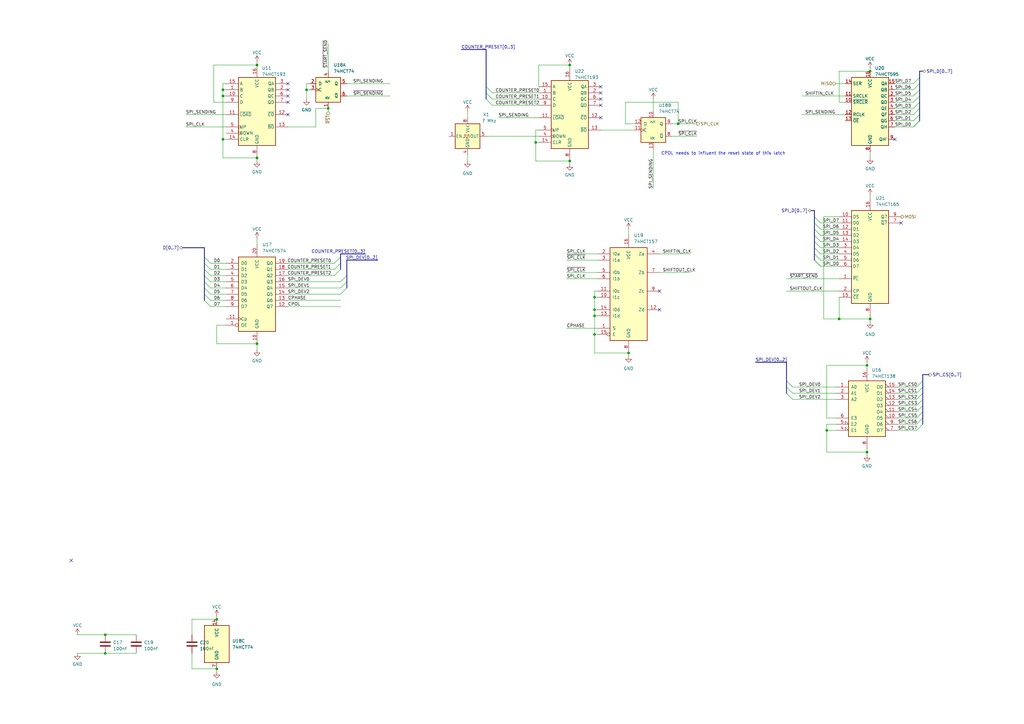
<source format=kicad_sch>
(kicad_sch (version 20250114) (generator "eeschema") (generator_version "9.0")
  (paper "A3")
  (lib_symbols
    (symbol "74xx:74HCT574" (pin_names (offset 1.016))
      (property "Reference" "U" (at -7.62 16.51 0))
      (property "Value" "74HCT574" (at -7.62 -16.51 0))
      (symbol "74HCT574_1_0"
        (pin input line (at -12.7 12.7 0) (length 5.08) (name "D0") (number "2"))
        (pin input line (at -12.7 10.16 0) (length 5.08) (name "D1") (number "3"))
        (pin input line (at -12.7 7.62 0) (length 5.08) (name "D2") (number "4"))
        (pin input line (at -12.7 5.08 0) (length 5.08) (name "D3") (number "5"))
        (pin input line (at -12.7 2.54 0) (length 5.08) (name "D4") (number "6"))
        (pin input line (at -12.7 0 0) (length 5.08) (name "D5") (number "7"))
        (pin input line (at -12.7 -2.54 0) (length 5.08) (name "D6") (number "8"))
        (pin input line (at -12.7 -5.08 0) (length 5.08) (name "D7") (number "9"))
        (pin input clock (at -12.7 -10.16 0) (length 5.08) (name "Cp") (number "11"))
        (pin input inverted (at -12.7 -12.7 0) (length 5.08) (name "OE") (number "1"))
        (pin power_in line (at 0 20.32 270) (length 5.08) (name "VCC") (number "20"))
        (pin power_in line (at 0 -20.32 90) (length 5.08) (name "GND") (number "10"))
        (pin tri_state line (at 12.7 12.7 180) (length 5.08) (name "Q0") (number "19"))
        (pin tri_state line (at 12.7 10.16 180) (length 5.08) (name "Q1") (number "18"))
        (pin tri_state line (at 12.7 7.62 180) (length 5.08) (name "Q2") (number "17"))
        (pin tri_state line (at 12.7 5.08 180) (length 5.08) (name "Q3") (number "16"))
        (pin tri_state line (at 12.7 2.54 180) (length 5.08) (name "Q4") (number "15"))
        (pin tri_state line (at 12.7 0 180) (length 5.08) (name "Q5") (number "14"))
        (pin tri_state line (at 12.7 -2.54 180) (length 5.08) (name "Q6") (number "13"))
        (pin tri_state line (at 12.7 -5.08 180) (length 5.08) (name "Q7") (number "12"))
      )
      (symbol "74HCT574_1_1"
        (rectangle (start -7.62 15.24) (end 7.62 -15.24) (stroke (width 0.254)) (fill (type background)))
      )
    )
    (symbol "74xx:74HCT595"
      (property "Reference" "U" (at -7.62 13.97 0))
      (property "Value" "74HCT595" (at -7.62 -16.51 0))
      (symbol "74HCT595_1_0"
        (pin input line (at -10.16 10.16 0) (length 2.54) (name "SER") (number "14"))
        (pin input line (at -10.16 5.08 0) (length 2.54) (name "SRCLK") (number "11"))
        (pin input line (at -10.16 2.54 0) (length 2.54) (name "~{SRCLR}") (number "10"))
        (pin input line (at -10.16 -2.54 0) (length 2.54) (name "RCLK") (number "12"))
        (pin input line (at -10.16 -5.08 0) (length 2.54) (name "~{OE}") (number "13"))
        (pin power_in line (at 0 15.24 270) (length 2.54) (name "VCC") (number "16"))
        (pin power_in line (at 0 -17.78 90) (length 2.54) (name "GND") (number "8"))
        (pin tri_state line (at 10.16 10.16 180) (length 2.54) (name "QA") (number "15"))
        (pin tri_state line (at 10.16 7.62 180) (length 2.54) (name "QB") (number "1"))
        (pin tri_state line (at 10.16 5.08 180) (length 2.54) (name "QC") (number "2"))
        (pin tri_state line (at 10.16 2.54 180) (length 2.54) (name "QD") (number "3"))
        (pin tri_state line (at 10.16 0 180) (length 2.54) (name "QE") (number "4"))
        (pin tri_state line (at 10.16 -2.54 180) (length 2.54) (name "QF") (number "5"))
        (pin tri_state line (at 10.16 -5.08 180) (length 2.54) (name "QG") (number "6"))
        (pin tri_state line (at 10.16 -7.62 180) (length 2.54) (name "QH") (number "7"))
        (pin output line (at 10.16 -12.7 180) (length 2.54) (name "QH'") (number "9"))
      )
      (symbol "74HCT595_1_1"
        (rectangle (start -7.62 12.7) (end 7.62 -15.24) (stroke (width 0.254)) (fill (type background)))
      )
    )
    (symbol "74xx:74HCT74" (pin_names (offset 1.016))
      (property "Reference" "U" (at -7.62 8.89 0))
      (property "Value" "74HCT74" (at -7.62 -8.89 0))
      (symbol "74HCT74_1_0"
        (pin input line (at -7.62 2.54 0) (length 2.54) (name "D") (number "2"))
        (pin input clock (at -7.62 0 0) (length 2.54) (name "C") (number "3"))
        (pin input line (at 0 7.62 270) (length 2.54) (name "~{S}") (number "4"))
        (pin input line (at 0 -7.62 90) (length 2.54) (name "~{R}") (number "1"))
        (pin output line (at 7.62 2.54 180) (length 2.54) (name "Q") (number "5"))
        (pin output line (at 7.62 -2.54 180) (length 2.54) (name "~{Q}") (number "6"))
      )
      (symbol "74HCT74_1_1"
        (rectangle (start -5.08 5.08) (end 5.08 -5.08) (stroke (width 0.254)) (fill (type background)))
      )
      (symbol "74HCT74_2_0"
        (pin input line (at -7.62 2.54 0) (length 2.54) (name "D") (number "12"))
        (pin input clock (at -7.62 0 0) (length 2.54) (name "C") (number "11"))
        (pin input line (at 0 7.62 270) (length 2.54) (name "~{S}") (number "10"))
        (pin input line (at 0 -7.62 90) (length 2.54) (name "~{R}") (number "13"))
        (pin output line (at 7.62 2.54 180) (length 2.54) (name "Q") (number "9"))
        (pin output line (at 7.62 -2.54 180) (length 2.54) (name "~{Q}") (number "8"))
      )
      (symbol "74HCT74_2_1"
        (rectangle (start -5.08 5.08) (end 5.08 -5.08) (stroke (width 0.254)) (fill (type background)))
      )
      (symbol "74HCT74_3_0"
        (pin power_in line (at 0 10.16 270) (length 2.54) (name "VCC") (number "14"))
        (pin power_in line (at 0 -10.16 90) (length 2.54) (name "GND") (number "7"))
      )
      (symbol "74HCT74_3_1"
        (rectangle (start -5.08 7.62) (end 5.08 -7.62) (stroke (width 0.254)) (fill (type background)))
      )
    )
    (symbol "74xx:74LS138" (pin_names (offset 1.016))
      (property "Reference" "U" (at -7.62 11.43 0))
      (property "Value" "74LS138" (at -7.62 -13.97 0))
      (symbol "74LS138_1_0"
        (pin input line (at -12.7 7.62 0) (length 5.08) (name "A0") (number "1"))
        (pin input line (at -12.7 5.08 0) (length 5.08) (name "A1") (number "2"))
        (pin input line (at -12.7 2.54 0) (length 5.08) (name "A2") (number "3"))
        (pin input line (at -12.7 -5.08 0) (length 5.08) (name "E3") (number "6"))
        (pin input input_low (at -12.7 -7.62 0) (length 5.08) (name "E2") (number "5"))
        (pin input input_low (at -12.7 -10.16 0) (length 5.08) (name "E1") (number "4"))
        (pin power_in line (at 0 15.24 270) (length 5.08) (name "VCC") (number "16"))
        (pin power_in line (at 0 -17.78 90) (length 5.08) (name "GND") (number "8"))
        (pin output output_low (at 12.7 7.62 180) (length 5.08) (name "O0") (number "15"))
        (pin output output_low (at 12.7 5.08 180) (length 5.08) (name "O1") (number "14"))
        (pin output output_low (at 12.7 2.54 180) (length 5.08) (name "O2") (number "13"))
        (pin output output_low (at 12.7 0 180) (length 5.08) (name "O3") (number "12"))
        (pin output output_low (at 12.7 -2.54 180) (length 5.08) (name "O4") (number "11"))
        (pin output output_low (at 12.7 -5.08 180) (length 5.08) (name "O5") (number "10"))
        (pin output output_low (at 12.7 -7.62 180) (length 5.08) (name "O6") (number "9"))
        (pin output output_low (at 12.7 -10.16 180) (length 5.08) (name "O7") (number "7"))
      )
      (symbol "74LS138_1_1"
        (rectangle (start -7.62 10.16) (end 7.62 -12.7) (stroke (width 0.254)) (fill (type background)))
      )
    )
    (symbol "74xx:74LS157" (pin_names (offset 1.016))
      (property "Reference" "U" (at -7.62 19.05 0))
      (property "Value" "74LS157" (at -7.62 -21.59 0))
      (symbol "74LS157_1_0"
        (pin input line (at -12.7 15.24 0) (length 5.08) (name "I0a") (number "2"))
        (pin input line (at -12.7 12.7 0) (length 5.08) (name "I1a") (number "3"))
        (pin input line (at -12.7 7.62 0) (length 5.08) (name "I0b") (number "5"))
        (pin input line (at -12.7 5.08 0) (length 5.08) (name "I1b") (number "6"))
        (pin input line (at -12.7 0 0) (length 5.08) (name "I0c") (number "11"))
        (pin input line (at -12.7 -2.54 0) (length 5.08) (name "I1c") (number "10"))
        (pin input line (at -12.7 -7.62 0) (length 5.08) (name "I0d") (number "14"))
        (pin input line (at -12.7 -10.16 0) (length 5.08) (name "I1d") (number "13"))
        (pin input line (at -12.7 -15.24 0) (length 5.08) (name "S") (number "1"))
        (pin input inverted (at -12.7 -17.78 0) (length 5.08) (name "E") (number "15"))
        (pin power_in line (at 0 22.86 270) (length 5.08) (name "VCC") (number "16"))
        (pin power_in line (at 0 -25.4 90) (length 5.08) (name "GND") (number "8"))
        (pin output line (at 12.7 15.24 180) (length 5.08) (name "Za") (number "4"))
        (pin output line (at 12.7 7.62 180) (length 5.08) (name "Zb") (number "7"))
        (pin output line (at 12.7 0 180) (length 5.08) (name "Zc") (number "9"))
        (pin output line (at 12.7 -7.62 180) (length 5.08) (name "Zd") (number "12"))
      )
      (symbol "74LS157_1_1"
        (rectangle (start -7.62 17.78) (end 7.62 -20.32) (stroke (width 0.254)) (fill (type background)))
      )
    )
    (symbol "74xx:74LS165"
      (property "Reference" "U" (at -7.62 19.05 0))
      (property "Value" "74LS165" (at -7.62 -21.59 0))
      (symbol "74LS165_1_0"
        (pin input line (at -12.7 15.24 0) (length 5.08) (name "DS") (number "10"))
        (pin input line (at -12.7 12.7 0) (length 5.08) (name "D0") (number "11"))
        (pin input line (at -12.7 10.16 0) (length 5.08) (name "D1") (number "12"))
        (pin input line (at -12.7 7.62 0) (length 5.08) (name "D2") (number "13"))
        (pin input line (at -12.7 5.08 0) (length 5.08) (name "D3") (number "14"))
        (pin input line (at -12.7 2.54 0) (length 5.08) (name "D4") (number "3"))
        (pin input line (at -12.7 0 0) (length 5.08) (name "D5") (number "4"))
        (pin input line (at -12.7 -2.54 0) (length 5.08) (name "D6") (number "5"))
        (pin input line (at -12.7 -5.08 0) (length 5.08) (name "D7") (number "6"))
        (pin input line (at -12.7 -10.16 0) (length 5.08) (name "~{PL}") (number "1"))
        (pin input line (at -12.7 -15.24 0) (length 5.08) (name "CP") (number "2"))
        (pin input line (at -12.7 -17.78 0) (length 5.08) (name "~{CE}") (number "15"))
        (pin power_in line (at 0 22.86 270) (length 5.08) (name "VCC") (number "16"))
        (pin power_in line (at 0 -25.4 90) (length 5.08) (name "GND") (number "8"))
        (pin output line (at 12.7 15.24 180) (length 5.08) (name "Q7") (number "9"))
        (pin output line (at 12.7 12.7 180) (length 5.08) (name "~{Q7}") (number "7"))
      )
      (symbol "74LS165_1_1"
        (rectangle (start -7.62 17.78) (end 7.62 -20.32) (stroke (width 0.254)) (fill (type background)))
      )
    )
    (symbol "74xx:74LS193"
      (property "Reference" "U" (at -7.62 13.97 0))
      (property "Value" "74LS193" (at 5.08 13.97 0))
      (symbol "74LS193_1_0"
        (pin input line (at -12.7 10.16 0) (length 5.08) (name "A") (number "15"))
        (pin input line (at -12.7 7.62 0) (length 5.08) (name "B") (number "1"))
        (pin input line (at -12.7 5.08 0) (length 5.08) (name "C") (number "10"))
        (pin input line (at -12.7 2.54 0) (length 5.08) (name "D") (number "9"))
        (pin input line (at -12.7 -2.54 0) (length 5.08) (name "~{LOAD}") (number "11"))
        (pin input clock (at -12.7 -7.62 0) (length 5.08) (name "UP") (number "5"))
        (pin input clock (at -12.7 -10.16 0) (length 5.08) (name "DOWN") (number "4"))
        (pin input line (at -12.7 -12.7 0) (length 5.08) (name "CLR") (number "14"))
        (pin power_in line (at 0 17.78 270) (length 5.08) (name "VCC") (number "16"))
        (pin power_in line (at 0 -20.32 90) (length 5.08) (name "GND") (number "8"))
        (pin output line (at 12.7 10.16 180) (length 5.08) (name "QA") (number "3"))
        (pin output line (at 12.7 7.62 180) (length 5.08) (name "QB") (number "2"))
        (pin output line (at 12.7 5.08 180) (length 5.08) (name "QC") (number "6"))
        (pin output line (at 12.7 2.54 180) (length 5.08) (name "QD") (number "7"))
        (pin output line (at 12.7 -2.54 180) (length 5.08) (name "~{CO}") (number "12"))
        (pin output line (at 12.7 -7.62 180) (length 5.08) (name "~{BO}") (number "13"))
      )
      (symbol "74LS193_1_1"
        (rectangle (start -7.62 12.7) (end 7.62 -15.24) (stroke (width 0.254)) (fill (type background)))
      )
    )
    (symbol "Device:C" (pin_numbers (hide yes)) (pin_names (offset 0.254))
      (property "Reference" "C" (at 0.635 2.54 0))
      (property "Value" "C" (at 0.635 -2.54 0))
      (symbol "C_0_1"
        (polyline (pts (xy -2.032 0.762) (xy 2.032 0.762)) (stroke (width 0.508)))
        (polyline (pts (xy -2.032 -0.762) (xy 2.032 -0.762)) (stroke (width 0.508)))
      )
      (symbol "C_1_1"
        (pin passive line (at 0 3.81 270) (length 2.794) (name "~") (number "1"))
        (pin passive line (at 0 -3.81 90) (length 2.794) (name "~") (number "2"))
      )
    )
    (symbol "Oscillator:CXO_DIP8" (pin_names (offset 0.254))
      (property "Reference" "X" (at -5.08 6.35 0))
      (property "Value" "CXO_DIP8" (at 1.27 -6.35 0))
      (symbol "CXO_DIP8_0_1"
        (rectangle (start -5.08 5.08) (end 5.08 -5.08) (stroke (width 0.254)) (fill (type background)))
        (polyline (pts (xy -1.905 -0.635) (xy -1.27 -0.635) (xy -1.27 0.635) (xy -0.635 0.635) (xy -0.635 -0.635) (xy 0 -0.635) (xy 0 0.635) (xy 0.635 0.635) (xy 0.635 -0.635)))
      )
      (symbol "CXO_DIP8_1_1"
        (pin input line (at -7.62 0 0) (length 2.54) (name "EN") (number "1"))
        (pin power_in line (at 0 7.62 270) (length 2.54) (name "Vcc") (number "8"))
        (pin power_in line (at 0 -7.62 90) (length 2.54) (name "GND") (number "4"))
        (pin output line (at 7.62 0 180) (length 2.54) (name "OUT") (number "5"))
      )
    )
    (symbol "power:GND" (power) (pin_names (offset 0))
      (property "Value" "GND" (at 0 -3.81 0))
      (symbol "GND_0_1"
        (polyline (pts (xy 0 0) (xy 0 -1.27) (xy 1.27 -1.27) (xy 0 -2.54) (xy -1.27 -1.27) (xy 0 -1.27)))
      )
      (symbol "GND_1_1"
        (pin power_in line (at 0 0 270) (length 0) (hide yes) (name "GND") (number "1"))
      )
    )
    (symbol "power:VCC" (power) (pin_names (offset 0))
      (property "Value" "VCC" (at 0 3.81 0))
      (symbol "VCC_0_1"
        (polyline (pts (xy -0.762 1.27) (xy 0 2.54)))
        (polyline (pts (xy 0 2.54) (xy 0.762 1.27)))
        (polyline (pts (xy 0 0) (xy 0 2.54)))
      )
      (symbol "VCC_1_1"
        (pin power_in line (at 0 0 90) (length 0) (hide yes) (name "VCC") (number "1"))
      )
    )
  )
  (text "CPOL needs to influent the reset state of this latch" (at 296.672 62.992 0) (effects (font (size 1.27 1.27))))
  (junction (at 243.84 121.92))
  (junction (at 356.87 130.81))
  (junction (at 257.81 144.78))
  (junction (at 219.71 58.42))
  (junction (at 243.84 137.16))
  (junction (at 125.73 36.83))
  (junction (at 91.44 39.37))
  (junction (at 43.18 267.97))
  (junction (at 105.41 64.77))
  (junction (at 43.18 260.35))
  (junction (at 233.68 26.67))
  (junction (at 355.6 185.42))
  (junction (at 88.9 274.32))
  (junction (at 355.6 149.86))
  (junction (at 243.84 129.54))
  (junction (at 278.13 50.8))
  (junction (at 243.84 127))
  (junction (at 339.09 176.53))
  (junction (at 233.68 66.04))
  (junction (at 356.87 29.21))
  (junction (at 88.9 254))
  (junction (at 91.44 36.83))
  (junction (at 91.44 57.15))
  (junction (at 105.41 140.97))
  (junction (at 134.62 44.45))
  (junction (at 344.17 130.81))
  (junction (at 105.41 26.67))
  (no_connect (at 369.57 91.44))
  (no_connect (at 246.38 43.18))
  (no_connect (at 118.11 39.37))
  (no_connect (at 246.38 40.64))
  (no_connect (at 29.21 229.87))
  (no_connect (at 246.38 38.1))
  (no_connect (at 118.11 34.29))
  (no_connect (at 246.38 48.26))
  (no_connect (at 270.51 119.38))
  (no_connect (at 118.11 36.83))
  (no_connect (at 270.51 127))
  (no_connect (at 367.03 57.15))
  (no_connect (at 118.11 46.99))
  (no_connect (at 246.38 35.56))
  (no_connect (at 118.11 41.91))
  (bus_entry (at 377.19 34.29) (size -2.54 2.54))
  (bus_entry (at 377.19 44.45) (size -2.54 2.54))
  (bus_entry (at 139.7 105.41) (size -2.54 2.54))
  (bus_entry (at 83.82 107.95) (size 2.54 2.54))
  (bus_entry (at 334.01 99.06) (size 2.54 2.54))
  (bus_entry (at 334.01 104.14) (size 2.54 2.54))
  (bus_entry (at 322.58 156.21) (size 2.54 2.54))
  (bus_entry (at 377.19 36.83) (size -2.54 2.54))
  (bus_entry (at 83.82 105.41) (size 2.54 2.54))
  (bus_entry (at 83.82 110.49) (size 2.54 2.54))
  (bus_entry (at 83.82 115.57) (size 2.54 2.54))
  (bus_entry (at 378.46 168.91) (size -2.54 2.54))
  (bus_entry (at 378.46 166.37) (size -2.54 2.54))
  (bus_entry (at 83.82 123.19) (size 2.54 2.54))
  (bus_entry (at 378.46 156.21) (size -2.54 2.54))
  (bus_entry (at 377.19 31.75) (size -2.54 2.54))
  (bus_entry (at 377.19 46.99) (size -2.54 2.54))
  (bus_entry (at 378.46 173.99) (size -2.54 2.54))
  (bus_entry (at 139.7 110.49) (size -2.54 2.54))
  (bus_entry (at 377.19 49.53) (size -2.54 2.54))
  (bus_entry (at 334.01 88.9) (size 2.54 2.54))
  (bus_entry (at 334.01 93.98) (size 2.54 2.54))
  (bus_entry (at 83.82 113.03) (size 2.54 2.54))
  (bus_entry (at 377.19 41.91) (size -2.54 2.54))
  (bus_entry (at 83.82 120.65) (size 2.54 2.54))
  (bus_entry (at 322.58 158.75) (size 2.54 2.54))
  (bus_entry (at 199.39 35.56) (size 2.54 2.54))
  (bus_entry (at 139.7 107.95) (size -2.54 2.54))
  (bus_entry (at 334.01 106.68) (size 2.54 2.54))
  (bus_entry (at 378.46 163.83) (size -2.54 2.54))
  (bus_entry (at 377.19 49.53) (size -2.54 2.54))
  (bus_entry (at 334.01 96.52) (size 2.54 2.54))
  (bus_entry (at 142.24 113.03) (size -2.54 2.54))
  (bus_entry (at 334.01 106.68) (size 2.54 2.54))
  (bus_entry (at 378.46 161.29) (size -2.54 2.54))
  (bus_entry (at 142.24 118.11) (size -2.54 2.54))
  (bus_entry (at 334.01 91.44) (size 2.54 2.54))
  (bus_entry (at 378.46 158.75) (size -2.54 2.54))
  (bus_entry (at 83.82 118.11) (size 2.54 2.54))
  (bus_entry (at 322.58 161.29) (size 2.54 2.54))
  (bus_entry (at 199.39 40.64) (size 2.54 2.54))
  (bus_entry (at 378.46 171.45) (size -2.54 2.54))
  (bus_entry (at 199.39 38.1) (size 2.54 2.54))
  (bus_entry (at 377.19 39.37) (size -2.54 2.54))
  (bus_entry (at 334.01 101.6) (size 2.54 2.54))
  (bus_entry (at 142.24 115.57) (size -2.54 2.54))
  (wire (pts (xy 87.63 26.67) (xy 105.41 26.67)))
  (wire (pts (xy 232.41 134.62) (xy 245.11 134.62)))
  (wire (pts (xy 86.36 123.19) (xy 92.71 123.19)))
  (bus (pts (xy 377.19 46.99) (xy 377.19 49.53)))
  (wire (pts (xy 191.77 66.04) (xy 191.77 63.5)))
  (wire (pts (xy 139.7 120.65) (xy 118.11 120.65)))
  (wire (pts (xy 325.12 161.29) (xy 342.9 161.29)))
  (wire (pts (xy 125.73 34.29) (xy 125.73 36.83)))
  (wire (pts (xy 368.3 171.45) (xy 375.92 171.45)))
  (wire (pts (xy 76.2 46.99) (xy 92.71 46.99)))
  (wire (pts (xy 232.41 106.68) (xy 245.11 106.68)))
  (wire (pts (xy 368.3 176.53) (xy 375.92 176.53)))
  (wire (pts (xy 344.17 91.44) (xy 336.55 91.44)))
  (wire (pts (xy 134.62 45.72) (xy 134.62 44.45)))
  (wire (pts (xy 267.97 77.47) (xy 267.97 60.96)))
  (wire (pts (xy 375.92 158.75) (xy 368.3 158.75)))
  (bus (pts (xy 334.01 96.52) (xy 334.01 99.06)))
  (wire (pts (xy 267.97 40.64) (xy 267.97 45.72)))
  (bus (pts (xy 83.82 120.65) (xy 83.82 123.19)))
  (wire (pts (xy 127 34.29) (xy 125.73 34.29)))
  (bus (pts (xy 377.19 29.21) (xy 377.19 31.75)))
  (wire (pts (xy 270.51 111.76) (xy 283.21 111.76)))
  (bus (pts (xy 334.01 88.9) (xy 334.01 91.44)))
  (bus (pts (xy 381 153.67) (xy 378.46 153.67)))
  (wire (pts (xy 137.16 107.95) (xy 118.11 107.95)))
  (wire (pts (xy 88.9 252.73) (xy 88.9 254)))
  (bus (pts (xy 378.46 166.37) (xy 378.46 168.91)))
  (wire (pts (xy 88.9 133.35) (xy 88.9 140.97)))
  (wire (pts (xy 86.36 120.65) (xy 92.71 120.65)))
  (wire (pts (xy 105.41 25.4) (xy 105.41 26.67)))
  (bus (pts (xy 139.7 104.14) (xy 139.7 105.41)))
  (wire (pts (xy 201.93 43.18) (xy 220.98 43.18)))
  (bus (pts (xy 377.19 39.37) (xy 377.19 41.91)))
  (bus (pts (xy 334.01 101.6) (xy 334.01 104.14)))
  (wire (pts (xy 220.98 26.67) (xy 233.68 26.67)))
  (wire (pts (xy 232.41 111.76) (xy 245.11 111.76)))
  (wire (pts (xy 337.82 88.9) (xy 344.17 88.9)))
  (bus (pts (xy 334.01 86.36) (xy 334.01 88.9)))
  (wire (pts (xy 118.11 115.57) (xy 139.7 115.57)))
  (wire (pts (xy 344.17 130.81) (xy 337.82 130.81)))
  (bus (pts (xy 142.24 115.57) (xy 142.24 118.11)))
  (wire (pts (xy 270.51 104.14) (xy 283.21 104.14)))
  (wire (pts (xy 355.6 149.86) (xy 339.09 149.86)))
  (wire (pts (xy 243.84 129.54) (xy 245.11 129.54)))
  (wire (pts (xy 43.18 267.97) (xy 55.88 267.97)))
  (wire (pts (xy 367.03 49.53) (xy 374.65 49.53)))
  (wire (pts (xy 219.71 53.34) (xy 219.71 58.42)))
  (wire (pts (xy 129.54 44.45) (xy 134.62 44.45)))
  (wire (pts (xy 86.36 125.73) (xy 92.71 125.73)))
  (bus (pts (xy 83.82 115.57) (xy 83.82 118.11)))
  (bus (pts (xy 309.88 148.59) (xy 322.58 148.59)))
  (wire (pts (xy 91.44 57.15) (xy 92.71 57.15)))
  (wire (pts (xy 243.84 127) (xy 245.11 127)))
  (bus (pts (xy 377.19 36.83) (xy 377.19 39.37)))
  (bus (pts (xy 378.46 168.91) (xy 378.46 171.45)))
  (wire (pts (xy 337.82 130.81) (xy 337.82 88.9)))
  (wire (pts (xy 78.74 254) (xy 78.74 260.35)))
  (wire (pts (xy 342.9 34.29) (xy 346.71 34.29)))
  (wire (pts (xy 336.55 109.22) (xy 344.17 109.22)))
  (bus (pts (xy 322.58 158.75) (xy 322.58 161.29)))
  (wire (pts (xy 88.9 140.97) (xy 105.41 140.97)))
  (wire (pts (xy 356.87 130.81) (xy 344.17 130.81)))
  (wire (pts (xy 275.59 55.88) (xy 285.75 55.88)))
  (wire (pts (xy 245.11 119.38) (xy 243.84 119.38)))
  (wire (pts (xy 76.2 52.07) (xy 92.71 52.07)))
  (wire (pts (xy 118.11 123.19) (xy 139.7 123.19)))
  (bus (pts (xy 377.19 44.45) (xy 377.19 46.99)))
  (wire (pts (xy 367.03 39.37) (xy 374.65 39.37)))
  (wire (pts (xy 328.93 39.37) (xy 346.71 39.37)))
  (wire (pts (xy 339.09 171.45) (xy 342.9 171.45)))
  (bus (pts (xy 199.39 35.56) (xy 199.39 38.1)))
  (wire (pts (xy 344.17 121.92) (xy 344.17 130.81)))
  (bus (pts (xy 378.46 158.75) (xy 378.46 161.29)))
  (wire (pts (xy 278.13 50.8) (xy 278.13 41.91)))
  (wire (pts (xy 243.84 121.92) (xy 243.84 127)))
  (wire (pts (xy 356.87 80.01) (xy 356.87 81.28)))
  (wire (pts (xy 339.09 185.42) (xy 355.6 185.42)))
  (wire (pts (xy 118.11 52.07) (xy 129.54 52.07)))
  (bus (pts (xy 322.58 156.21) (xy 322.58 158.75)))
  (wire (pts (xy 325.12 158.75) (xy 342.9 158.75)))
  (wire (pts (xy 105.41 97.79) (xy 105.41 100.33)))
  (bus (pts (xy 334.01 99.06) (xy 334.01 101.6)))
  (wire (pts (xy 355.6 149.86) (xy 355.6 151.13)))
  (bus (pts (xy 83.82 110.49) (xy 83.82 113.03)))
  (bus (pts (xy 378.46 153.67) (xy 378.46 156.21)))
  (wire (pts (xy 91.44 39.37) (xy 92.71 39.37)))
  (wire (pts (xy 88.9 275.59) (xy 88.9 274.32)))
  (wire (pts (xy 78.74 267.97) (xy 78.74 274.32)))
  (wire (pts (xy 325.12 163.83) (xy 342.9 163.83)))
  (wire (pts (xy 328.93 46.99) (xy 346.71 46.99)))
  (bus (pts (xy 83.82 105.41) (xy 83.82 107.95)))
  (wire (pts (xy 92.71 133.35) (xy 88.9 133.35)))
  (wire (pts (xy 243.84 127) (xy 243.84 129.54)))
  (wire (pts (xy 275.59 50.8) (xy 278.13 50.8)))
  (wire (pts (xy 344.17 96.52) (xy 336.55 96.52)))
  (wire (pts (xy 368.3 166.37) (xy 375.92 166.37)))
  (wire (pts (xy 278.13 50.8) (xy 285.75 50.8)))
  (wire (pts (xy 367.03 44.45) (xy 374.65 44.45)))
  (wire (pts (xy 201.93 38.1) (xy 220.98 38.1)))
  (wire (pts (xy 243.84 144.78) (xy 257.81 144.78)))
  (wire (pts (xy 246.38 53.34) (xy 260.35 53.34)))
  (wire (pts (xy 201.93 40.64) (xy 220.98 40.64)))
  (wire (pts (xy 257.81 93.98) (xy 257.81 96.52)))
  (wire (pts (xy 339.09 149.86) (xy 339.09 171.45)))
  (bus (pts (xy 83.82 113.03) (xy 83.82 115.57)))
  (bus (pts (xy 149.86 104.14) (xy 139.7 104.14)))
  (wire (pts (xy 243.84 137.16) (xy 245.11 137.16)))
  (wire (pts (xy 91.44 57.15) (xy 91.44 64.77)))
  (wire (pts (xy 257.81 146.05) (xy 257.81 144.78)))
  (wire (pts (xy 92.71 34.29) (xy 91.44 34.29)))
  (wire (pts (xy 243.84 121.92) (xy 245.11 121.92)))
  (wire (pts (xy 233.68 26.67) (xy 233.68 27.94)))
  (bus (pts (xy 139.7 105.41) (xy 139.7 107.95)))
  (wire (pts (xy 346.71 41.91) (xy 344.17 41.91)))
  (bus (pts (xy 378.46 156.21) (xy 378.46 158.75)))
  (bus (pts (xy 332.74 86.36) (xy 334.01 86.36)))
  (wire (pts (xy 78.74 274.32) (xy 88.9 274.32)))
  (wire (pts (xy 219.71 66.04) (xy 233.68 66.04)))
  (bus (pts (xy 199.39 20.32) (xy 199.39 35.56)))
  (wire (pts (xy 31.75 260.35) (xy 43.18 260.35)))
  (wire (pts (xy 356.87 27.94) (xy 356.87 29.21)))
  (bus (pts (xy 334.01 91.44) (xy 334.01 93.98)))
  (wire (pts (xy 137.16 113.03) (xy 118.11 113.03)))
  (bus (pts (xy 322.58 148.59) (xy 322.58 156.21)))
  (bus (pts (xy 377.19 41.91) (xy 377.19 44.45)))
  (bus (pts (xy 142.24 113.03) (xy 142.24 115.57)))
  (wire (pts (xy 87.63 41.91) (xy 87.63 26.67)))
  (wire (pts (xy 204.47 48.26) (xy 220.98 48.26)))
  (wire (pts (xy 256.54 50.8) (xy 260.35 50.8)))
  (wire (pts (xy 86.36 110.49) (xy 92.71 110.49)))
  (wire (pts (xy 368.3 163.83) (xy 375.92 163.83)))
  (bus (pts (xy 199.39 38.1) (xy 199.39 40.64)))
  (wire (pts (xy 91.44 34.29) (xy 91.44 36.83)))
  (wire (pts (xy 322.58 114.3) (xy 344.17 114.3)))
  (wire (pts (xy 142.24 34.29) (xy 160.02 34.29)))
  (wire (pts (xy 278.13 41.91) (xy 256.54 41.91)))
  (bus (pts (xy 83.82 101.6) (xy 83.82 105.41)))
  (wire (pts (xy 367.03 36.83) (xy 374.65 36.83)))
  (bus (pts (xy 334.01 104.14) (xy 334.01 106.68)))
  (wire (pts (xy 220.98 55.88) (xy 199.39 55.88)))
  (wire (pts (xy 91.44 39.37) (xy 91.44 57.15)))
  (wire (pts (xy 344.17 93.98) (xy 336.55 93.98)))
  (wire (pts (xy 243.84 129.54) (xy 243.84 137.16)))
  (wire (pts (xy 134.62 17.78) (xy 134.62 29.21)))
  (bus (pts (xy 334.01 93.98) (xy 334.01 96.52)))
  (wire (pts (xy 86.36 118.11) (xy 92.71 118.11)))
  (wire (pts (xy 374.65 52.07) (xy 367.03 52.07)))
  (wire (pts (xy 86.36 107.95) (xy 92.71 107.95)))
  (bus (pts (xy 378.46 29.21) (xy 377.19 29.21)))
  (wire (pts (xy 339.09 176.53) (xy 339.09 185.42)))
  (bus (pts (xy 378.46 161.29) (xy 378.46 163.83)))
  (wire (pts (xy 322.58 119.38) (xy 344.17 119.38)))
  (wire (pts (xy 191.77 45.72) (xy 191.77 48.26)))
  (wire (pts (xy 125.73 36.83) (xy 125.73 40.64)))
  (wire (pts (xy 86.36 113.03) (xy 92.71 113.03)))
  (wire (pts (xy 88.9 254) (xy 78.74 254)))
  (wire (pts (xy 219.71 58.42) (xy 220.98 58.42)))
  (wire (pts (xy 342.9 173.99) (xy 339.09 173.99)))
  (wire (pts (xy 137.16 110.49) (xy 118.11 110.49)))
  (wire (pts (xy 92.71 41.91) (xy 87.63 41.91)))
  (wire (pts (xy 233.68 66.04) (xy 233.68 67.31)))
  (wire (pts (xy 219.71 58.42) (xy 219.71 66.04)))
  (wire (pts (xy 344.17 41.91) (xy 344.17 29.21)))
  (wire (pts (xy 129.54 52.07) (xy 129.54 44.45)))
  (wire (pts (xy 220.98 53.34) (xy 219.71 53.34)))
  (bus (pts (xy 189.23 20.32) (xy 199.39 20.32)))
  (wire (pts (xy 367.03 46.99) (xy 374.65 46.99)))
  (wire (pts (xy 220.98 35.56) (xy 220.98 26.67)))
  (wire (pts (xy 91.44 64.77) (xy 105.41 64.77)))
  (bus (pts (xy 83.82 107.95) (xy 83.82 110.49)))
  (wire (pts (xy 105.41 66.04) (xy 105.41 64.77)))
  (wire (pts (xy 344.17 106.68) (xy 336.55 106.68)))
  (wire (pts (xy 355.6 186.69) (xy 355.6 185.42)))
  (wire (pts (xy 344.17 104.14) (xy 336.55 104.14)))
  (wire (pts (xy 356.87 132.08) (xy 356.87 130.81)))
  (bus (pts (xy 139.7 107.95) (xy 139.7 110.49)))
  (wire (pts (xy 344.17 29.21) (xy 356.87 29.21)))
  (bus (pts (xy 378.46 163.83) (xy 378.46 166.37)))
  (wire (pts (xy 105.41 143.51) (xy 105.41 140.97)))
  (wire (pts (xy 232.41 104.14) (xy 245.11 104.14)))
  (wire (pts (xy 339.09 176.53) (xy 342.9 176.53)))
  (wire (pts (xy 139.7 118.11) (xy 118.11 118.11)))
  (wire (pts (xy 142.24 39.37) (xy 160.02 39.37)))
  (wire (pts (xy 91.44 36.83) (xy 91.44 39.37)))
  (wire (pts (xy 368.3 173.99) (xy 375.92 173.99)))
  (wire (pts (xy 367.03 34.29) (xy 374.65 34.29)))
  (bus (pts (xy 83.82 118.11) (xy 83.82 120.65)))
  (wire (pts (xy 339.09 173.99) (xy 339.09 176.53)))
  (wire (pts (xy 243.84 137.16) (xy 243.84 144.78)))
  (bus (pts (xy 142.24 106.68) (xy 142.24 113.03)))
  (wire (pts (xy 355.6 185.42) (xy 355.6 184.15)))
  (bus (pts (xy 377.19 34.29) (xy 377.19 36.83)))
  (wire (pts (xy 43.18 260.35) (xy 55.88 260.35)))
  (bus (pts (xy 74.93 101.6) (xy 83.82 101.6)))
  (wire (pts (xy 256.54 41.91) (xy 256.54 50.8)))
  (wire (pts (xy 356.87 130.81) (xy 356.87 129.54)))
  (wire (pts (xy 355.6 148.59) (xy 355.6 149.86)))
  (wire (pts (xy 367.03 41.91) (xy 374.65 41.91)))
  (bus (pts (xy 154.94 106.68) (xy 142.24 106.68)))
  (wire (pts (xy 356.87 64.77) (xy 356.87 62.23)))
  (wire (pts (xy 31.75 267.97) (xy 43.18 267.97)))
  (wire (pts (xy 243.84 119.38) (xy 243.84 121.92)))
  (wire (pts (xy 344.17 101.6) (xy 336.55 101.6)))
  (wire (pts (xy 368.3 168.91) (xy 375.92 168.91)))
  (wire (pts (xy 86.36 115.57) (xy 92.71 115.57)))
  (wire (pts (xy 368.3 161.29) (xy 375.92 161.29)))
  (wire (pts (xy 125.73 36.83) (xy 127 36.83)))
  (wire (pts (xy 91.44 36.83) (xy 92.71 36.83)))
  (wire (pts (xy 118.11 125.73) (xy 139.7 125.73)))
  (wire (pts (xy 344.17 99.06) (xy 336.55 99.06)))
  (bus (pts (xy 378.46 171.45) (xy 378.46 173.99)))
  (wire (pts (xy 232.41 114.3) (xy 245.11 114.3)))
  (bus (pts (xy 377.19 31.75) (xy 377.19 34.29)))
  (label "D6" (at 87.63 123.19 0))
  (label "SPI_DEV1" (at 127 118.11 180))
  (label "COUNTER_PRESET[0..3]" (at 149.86 104.14 180))
  (label "SPI_D1" (at 344.17 106.68 180))
  (label "COUNTER_PRESET0" (at 203.2 38.1 0))
  (label "SHIFTOUT_CLK" (at 271.78 111.76 0))
  (label "SPI_CS6" (at 368.3 173.99 0))
  (label "SPI_DEV0" (at 327.66 158.75 0))
  (label "SPI_DEV[0..2]" (at 309.88 148.59 0))
  (label "SPI_SENDING" (at 76.2 46.99 0))
  (label "SPI_D3" (at 344.17 101.6 180))
  (label "D3" (at 87.63 115.57 0))
  (label "SHIFTIN_CLK" (at 271.78 104.14 0))
  (label "SPI_D2" (at 344.17 104.14 180))
  (label "SPI_CLK" (at 232.41 114.3 0))
  (label "~{SPI_CLK}" (at 278.13 55.88 0))
  (label "~{START_SEND}" (at 134.62 27.94 90))
  (label "SPI_CS3" (at 368.3 166.37 0))
  (label "SPI_DEV[0..2]" (at 154.94 106.68 180))
  (label "SPI_CS4" (at 368.3 168.91 0))
  (label "~{SPI_CLK}" (at 232.41 111.76 0))
  (label "SPI_D7" (at 344.17 91.44 180))
  (label "SPI_CLK" (at 232.41 104.14 0))
  (label "COUNTER_PRESET0" (at 135.89 107.95 180))
  (label "SPI_CLK" (at 278.13 50.8 0))
  (label "SPI_CS0" (at 368.3 158.75 0))
  (label "SPI_CS2" (at 368.3 163.83 0))
  (label "SPI_SENDING" (at 267.97 77.47 90))
  (label "~{SPI_SENDING}" (at 144.78 39.37 0))
  (label "D0" (at 87.63 107.95 0))
  (label "~{SPI_CLK}" (at 232.41 106.68 0))
  (label "COUNTER_PRESET1" (at 135.89 110.49 180))
  (label "SPI_SENDING" (at 144.78 34.29 0))
  (label "CPHASE" (at 118.11 123.19 0))
  (label "SPI_D7" (at 367.03 34.29 0))
  (label "CPHASE" (at 232.41 134.62 0))
  (label "COUNTER_PRESET1" (at 203.2 40.64 0))
  (label "SPI_DEV1" (at 327.66 161.29 0))
  (label "SPI_CS7" (at 368.3 176.53 0))
  (label "SPI_CS1" (at 368.3 161.29 0))
  (label "D1" (at 87.63 110.49 0))
  (label "SPI_D2" (at 367.03 46.99 0))
  (label "SPI_CLK" (at 76.2 52.07 0))
  (label "SPI_SENDING" (at 330.2 46.99 0))
  (label "SPI_D4" (at 367.03 41.91 0))
  (label "COUNTER_PRESET[0..3]" (at 189.23 20.32 0))
  (label "SHIFTIN_CLK" (at 330.2 39.37 0))
  (label "SPI_DEV2" (at 127 120.65 180))
  (label "SPI_D0" (at 367.03 52.07 0))
  (label "SPI_D6" (at 367.03 36.83 0))
  (label "CPOL" (at 118.11 125.73 0))
  (label "SPI_D1" (at 367.03 49.53 0))
  (label "SPI_D6" (at 344.17 93.98 180))
  (label "SPI_DEV0" (at 127 115.57 180))
  (label "SPI_D0" (at 344.17 109.22 180))
  (label "COUNTER_PRESET2" (at 135.89 113.03 180))
  (label "COUNTER_PRESET2" (at 203.2 43.18 0))
  (label "SPI_CS5" (at 368.3 171.45 0))
  (label "D7" (at 87.63 125.73 0))
  (label "D2" (at 87.63 113.03 0))
  (label "SPI_D5" (at 344.17 96.52 180))
  (label "D5" (at 87.63 120.65 0))
  (label "SPI_SENDING" (at 204.47 48.26 0))
  (label "~{START_SEND}" (at 323.85 114.3 0))
  (label "SPI_DEV2" (at 327.66 163.83 0))
  (label "D4" (at 87.63 118.11 0))
  (label "SPI_D4" (at 344.17 99.06 180))
  (label "SPI_D5" (at 367.03 39.37 0))
  (label "SPI_D3" (at 367.03 44.45 0))
  (label "SHIFTOUT_CLK" (at 323.85 119.38 0))
  (hierarchical_label "D[0..7]" (shape bidirectional) (at 74.93 101.6 180))
  (hierarchical_label "SPI_CLK" (shape output) (at 285.75 50.8 0))
  (hierarchical_label "MOSI" (shape output) (at 369.57 88.9 0))
  (hierarchical_label "MISO" (shape input) (at 342.9 34.29 180))
  (hierarchical_label "~{RST}" (shape input) (at 134.62 45.72 270))
  (hierarchical_label "SPI_D[0..7]" (shape bidirectional) (at 378.46 29.21 0))
  (hierarchical_label "SPI_CS[0..7]" (shape output) (at 381 153.67 0))
  (hierarchical_label "SPI_D[0..7]" (shape bidirectional) (at 332.74 86.36 180))
  (symbol (lib_id "power:VCC") (at 31.75 260.35 0) (unit 1)
    (property "Reference" "#PWR066" (effects (hide yes)))
    (property "Value" "VCC" (at 31.75 256.54 0))
  )
  (symbol (lib_id "74xx:74LS193") (at 105.41 44.45 0) (unit 1)
    (property "Reference" "U11" (at 107.3659 27.94 0) (effects (justify left)))
    (property "Value" "74HCT193" (at 107.3659 30.48 0) (effects (justify left)))
    (property "Footprint" "Package_DIP:DIP-16_W7.62mm" (effects (hide yes)))
    (property "Datasheet" "http://www.ti.com/lit/ds/symlink/sn74ls193.pdf" (effects (hide yes)))
  )
  (symbol (lib_id "power:VCC") (at 267.97 40.64 0) (unit 1)
    (property "Reference" "#PWR074" (effects (hide yes)))
    (property "Value" "VCC" (at 267.97 36.83 0))
  )
  (symbol (lib_id "power:GND") (at 356.87 64.77 0) (unit 1)
    (property "Reference" "#PWR070" (effects (hide yes)))
    (property "Value" "GND" (at 356.87 69.215 0))
  )
  (symbol (lib_id "Device:C") (at 43.18 264.16 0) (unit 1)
    (property "Reference" "C17" (at 46.355 263.525 0) (effects (justify left)))
    (property "Value" "100nf" (at 46.355 266.065 0) (effects (justify left)))
    (property "Footprint" "Capacitor_THT:C_Disc_D3.8mm_W2.6mm_P2.50mm" (effects (hide yes)))
  )
  (symbol (lib_id "power:GND") (at 105.41 66.04 0) (unit 1)
    (property "Reference" "#PWR063" (effects (hide yes)))
    (property "Value" "GND" (at 105.41 70.485 0))
  )
  (symbol (lib_id "power:VCC") (at 355.6 148.59 0) (unit 1)
    (property "Reference" "#PWR068" (effects (hide yes)))
    (property "Value" "VCC" (at 355.6 144.78 0))
  )
  (symbol (lib_id "power:GND") (at 191.77 66.04 0) (unit 1)
    (property "Reference" "#PWR061" (effects (hide yes)))
    (property "Value" "GND" (at 191.77 71.12 0))
  )
  (symbol (lib_id "74xx:74HCT574") (at 105.41 120.65 0) (unit 1)
    (property "Reference" "U17" (at 107.5533 100.33 0) (effects (justify left)))
    (property "Value" "74HCT574" (at 107.5533 102.87 0) (effects (justify left)))
    (property "Datasheet" "http://www.ti.com/lit/gpn/sn74HCT574" (effects (hide yes)))
    (property "Description" "8-bit Register, 3-state outputs" (effects (hide yes)))
  )
  (symbol (lib_id "power:GND") (at 31.75 267.97 0) (unit 1)
    (property "Reference" "#PWR067" (effects (hide yes)))
    (property "Value" "GND" (at 31.75 272.415 0))
  )
  (symbol (lib_id "power:GND") (at 355.6 186.69 0) (unit 1)
    (property "Reference" "#PWR069" (effects (hide yes)))
    (property "Value" "GND" (at 355.6 191.135 0))
  )
  (symbol (lib_id "Oscillator:CXO_DIP8") (at 191.77 55.88 0) (unit 1)
    (property "Reference" "X1" (at 199.39 46.99 0))
    (property "Value" "? Mhz" (at 200.66 49.53 0))
    (property "Footprint" "Oscillator:Oscillator_DIP-8" (effects (hide yes)))
    (property "Datasheet" "http://cdn-reichelt.de/documents/datenblatt/B400/OSZI.pdf" (effects (hide yes)))
  )
  (symbol (lib_id "74xx:74LS138") (at 355.6 166.37 0) (unit 1)
    (property "Reference" "U16" (at 357.5559 151.765 0) (effects (justify left)))
    (property "Value" "74HCT138" (at 357.5559 154.305 0) (effects (justify left)))
    (property "Footprint" "Package_DIP:DIP-16_W7.62mm" (effects (hide yes)))
    (property "Datasheet" "http://www.ti.com/lit/gpn/sn74LS138" (effects (hide yes)))
  )
  (symbol (lib_id "74xx:74LS165") (at 356.87 104.14 0) (unit 1)
    (property "Reference" "U21" (at 359.0641 81.28 0) (effects (justify left)))
    (property "Value" "74HCT165" (at 359.0641 83.82 0) (effects (justify left)))
    (property "Footprint" "Package_DIP:DIP-16_W7.62mm" (effects (hide yes)))
    (property "Datasheet" "https://www.ti.com/lit/ds/symlink/sn74ls165a.pdf" (effects (hide yes)))
  )
  (symbol (lib_id "power:GND") (at 356.87 132.08 0) (unit 1)
    (property "Reference" "#PWR072" (effects (hide yes)))
    (property "Value" "GND" (at 356.87 137.16 0))
  )
  (symbol (lib_id "Device:C") (at 55.88 264.16 0) (unit 1)
    (property "Reference" "C19" (at 59.055 263.525 0) (effects (justify left)))
    (property "Value" "100nf" (at 59.055 266.065 0) (effects (justify left)))
    (property "Footprint" "Capacitor_THT:C_Disc_D3.8mm_W2.6mm_P2.50mm" (effects (hide yes)))
  )
  (symbol (lib_id "power:GND") (at 105.41 143.51 0) (unit 1)
    (property "Reference" "#PWR081" (effects (hide yes)))
    (property "Value" "GND" (at 105.41 147.955 0))
  )
  (symbol (lib_id "74xx:74HCT74") (at 267.97 53.34 0) (unit 2)
    (property "Reference" "U18" (at 270.1133 43.18 0) (effects (justify left)))
    (property "Value" "74HCT74" (at 270.1133 45.72 0) (effects (justify left)))
    (property "Datasheet" "https://assets.nexperia.com/documents/data-sheet/74HC_HCT74.pdf" (effects (hide yes)))
    (property "Description" "Dual D Flip-flop, Set & Reset" (effects (hide yes)))
  )
  (symbol (lib_id "Device:C") (at 78.74 264.16 0) (unit 1)
    (property "Reference" "C20" (at 81.915 263.525 0) (effects (justify left)))
    (property "Value" "100nf" (at 81.915 266.065 0) (effects (justify left)))
    (property "Footprint" "Capacitor_THT:C_Disc_D3.8mm_W2.6mm_P2.50mm" (effects (hide yes)))
  )
  (symbol (lib_id "power:VCC") (at 191.77 45.72 0) (unit 1)
    (property "Reference" "#PWR060" (effects (hide yes)))
    (property "Value" "VCC" (at 191.77 41.91 0))
  )
  (symbol (lib_id "74xx:74LS157") (at 257.81 119.38 0) (unit 1)
    (property "Reference" "U19" (at 259.9533 96.52 0) (effects (justify left)))
    (property "Value" "74HCT157" (at 259.9533 99.06 0) (effects (justify left)))
    (property "Datasheet" "http://www.ti.com/lit/gpn/sn74LS157" (effects (hide yes)))
    (property "Description" "Quad 2 to 1 line Multiplexer" (effects (hide yes)))
  )
  (symbol (lib_id "power:VCC") (at 356.87 80.01 0) (unit 1)
    (property "Reference" "#PWR073" (effects (hide yes)))
    (property "Value" "VCC" (at 356.87 76.2 0))
  )
  (symbol (lib_id "power:GND") (at 257.81 146.05 0) (unit 1)
    (property "Reference" "#PWR076" (effects (hide yes)))
    (property "Value" "GND" (at 257.81 151.13 0))
  )
  (symbol (lib_id "power:VCC") (at 233.68 26.67 0) (unit 1)
    (property "Reference" "#PWR078" (effects (hide yes)))
    (property "Value" "VCC" (at 233.68 22.86 0))
  )
  (symbol (lib_id "power:VCC") (at 356.87 27.94 0) (unit 1)
    (property "Reference" "#PWR071" (effects (hide yes)))
    (property "Value" "VCC" (at 356.87 24.13 0))
  )
  (symbol (lib_id "74xx:74HCT74") (at 134.62 36.83 0) (unit 1)
    (property "Reference" "U18" (at 136.7633 26.67 0) (effects (justify left)))
    (property "Value" "74HCT74" (at 136.7633 29.21 0) (effects (justify left)))
    (property "Datasheet" "https://assets.nexperia.com/documents/data-sheet/74HC_HCT74.pdf" (effects (hide yes)))
    (property "Description" "Dual D Flip-flop, Set & Reset" (effects (hide yes)))
  )
  (symbol (lib_id "74xx:74HCT74") (at 88.9 264.16 0) (unit 3)
    (property "Reference" "U18" (at 95.25 262.8899 0) (effects (justify left)))
    (property "Value" "74HCT74" (at 95.25 265.4299 0) (effects (justify left)))
    (property "Datasheet" "https://assets.nexperia.com/documents/data-sheet/74HC_HCT74.pdf" (effects (hide yes)))
    (property "Description" "Dual D Flip-flop, Set & Reset" (effects (hide yes)))
  )
  (symbol (lib_id "74xx:74HCT595") (at 356.87 44.45 0) (unit 1)
    (property "Reference" "U20" (at 358.8259 27.94 0) (effects (justify left)))
    (property "Value" "74HCT595" (at 358.8259 30.48 0) (effects (justify left)))
    (property "Footprint" "Package_DIP:DIP-16_W7.62mm" (effects (hide yes)))
    (property "Datasheet" "https://assets.nexperia.com/documents/data-sheet/74HC_HCT595.pdf" (effects (hide yes)))
  )
  (symbol (lib_id "power:GND") (at 88.9 275.59 0) (unit 1)
    (property "Reference" "#PWR065" (effects (hide yes)))
    (property "Value" "GND" (at 88.9 280.67 0))
  )
  (symbol (lib_id "74xx:74LS193") (at 233.68 45.72 0) (unit 1)
    (property "Reference" "U22" (at 235.6359 29.21 0) (effects (justify left)))
    (property "Value" "74HCT193" (at 235.6359 31.75 0) (effects (justify left)))
    (property "Footprint" "Package_DIP:DIP-16_W7.62mm" (effects (hide yes)))
    (property "Datasheet" "http://www.ti.com/lit/ds/symlink/sn74ls193.pdf" (effects (hide yes)))
  )
  (symbol (lib_id "power:VCC") (at 105.41 97.79 0) (unit 1)
    (property "Reference" "#PWR080" (effects (hide yes)))
    (property "Value" "VCC" (at 105.41 93.98 0))
  )
  (symbol (lib_id "power:GND") (at 125.73 40.64 0) (unit 1)
    (property "Reference" "#PWR077" (effects (hide yes)))
    (property "Value" "GND" (at 125.73 45.085 0))
  )
  (symbol (lib_id "power:VCC") (at 105.41 25.4 0) (unit 1)
    (property "Reference" "#PWR062" (effects (hide yes)))
    (property "Value" "VCC" (at 105.41 21.59 0))
  )
  (symbol (lib_id "power:VCC") (at 88.9 252.73 0) (unit 1)
    (property "Reference" "#PWR064" (effects (hide yes)))
    (property "Value" "VCC" (at 88.9 248.92 0))
  )
  (symbol (lib_id "power:VCC") (at 257.81 93.98 0) (unit 1)
    (property "Reference" "#PWR075" (effects (hide yes)))
    (property "Value" "VCC" (at 257.81 90.17 0))
  )
  (symbol (lib_id "power:GND") (at 233.68 67.31 0) (unit 1)
    (property "Reference" "#PWR079" (effects (hide yes)))
    (property "Value" "GND" (at 233.68 71.755 0))
  )
)
</source>
